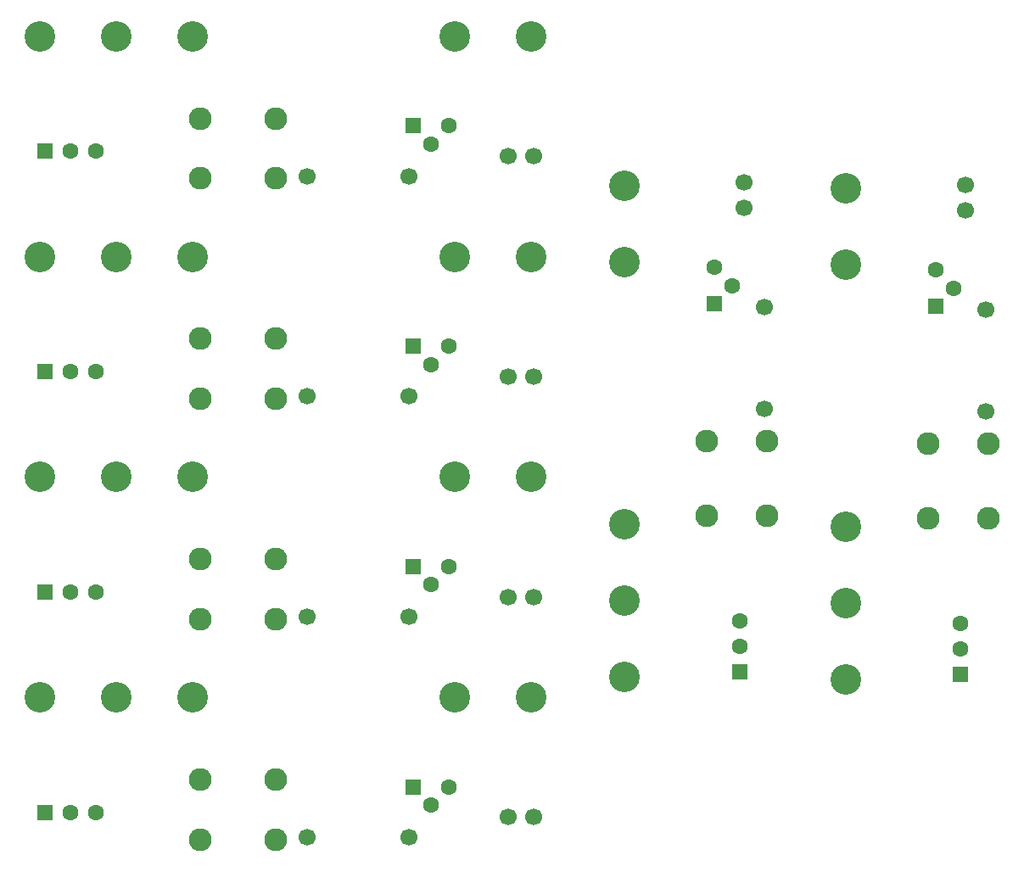
<source format=gbs>
%MOIN*%
%OFA0B0*%
%FSLAX46Y46*%
%IPPOS*%
%LPD*%
%ADD10C,0.005905511811023622*%
%ADD11C,0.12000000000000001*%
%ADD12C,0.090000000000000011*%
%ADD13C,0.066929133858267723*%
%ADD14R,0.059055118110236227X0.059055118110236227*%
%ADD15C,0.062992125984251982*%
%ADD26C,0.005905511811023622*%
%ADD27C,0.12000000000000001*%
%ADD28C,0.090000000000000011*%
%ADD29C,0.066929133858267723*%
%ADD30R,0.059055118110236227X0.059055118110236227*%
%ADD31C,0.062992125984251982*%
%ADD42C,0.005905511811023622*%
%ADD43C,0.12000000000000001*%
%ADD44C,0.090000000000000011*%
%ADD45C,0.066929133858267723*%
%ADD46R,0.059055118110236227X0.059055118110236227*%
%ADD47C,0.062992125984251982*%
%ADD58C,0.005905511811023622*%
%ADD59C,0.12000000000000001*%
%ADD60C,0.090000000000000011*%
%ADD61C,0.066929133858267723*%
%ADD62R,0.059055118110236227X0.059055118110236227*%
%ADD63C,0.062992125984251982*%
%ADD74C,0.005905511811023622*%
%ADD75C,0.12000000000000001*%
%ADD76C,0.090000000000000011*%
%ADD77C,0.066929133858267723*%
%ADD78R,0.059055118110236227X0.059055118110236227*%
%ADD79C,0.062992125984251982*%
%ADD90C,0.005905511811023622*%
%ADD91C,0.12000000000000001*%
%ADD92C,0.090000000000000011*%
%ADD93C,0.066929133858267723*%
%ADD94R,0.059055118110236227X0.059055118110236227*%
%ADD95C,0.062992125984251982*%
%LPD*%
G01*
D10*
D11*
X-0005050000Y0006532283D02*
X0000704999Y0002357283D03*
X0000404999Y0002357283D03*
X0000104999Y0002357283D03*
X0001734999Y0002357283D03*
X0002034999Y0002357283D03*
D12*
X0001032675Y0002034250D03*
X0001032675Y0001798031D03*
X0000737400Y0002034250D03*
X0000737400Y0001798031D03*
D13*
X0001947242Y0001886614D03*
X0002047243Y0001886614D03*
D14*
X0001572202Y0002004724D03*
D15*
X0001642912Y0001934013D03*
X0001713623Y0002004724D03*
D13*
X0001157480Y0001807873D03*
X0001557479Y0001807873D03*
D14*
X0000125590Y0001906299D03*
D15*
X0000225590Y0001906299D03*
X0000325590Y0001906299D03*
G01*
D26*
D27*
X-0005050000Y0007398425D02*
X0000704999Y0003223425D03*
X0000404999Y0003223425D03*
X0000104999Y0003223425D03*
X0001734999Y0003223425D03*
X0002034999Y0003223425D03*
D28*
X0001032675Y0002900393D03*
X0001032675Y0002664173D03*
X0000737400Y0002900393D03*
X0000737400Y0002664173D03*
D29*
X0001947242Y0002752755D03*
X0002047243Y0002752755D03*
D30*
X0001572202Y0002870865D03*
D31*
X0001642912Y0002800155D03*
X0001713623Y0002870865D03*
D29*
X0001157480Y0002674015D03*
X0001557479Y0002674015D03*
D30*
X0000125590Y0002772440D03*
D31*
X0000225590Y0002772440D03*
X0000325590Y0002772440D03*
G04 next file*
%LPD*%
G01*
D42*
D43*
X-0005050000Y0004799999D02*
X0000704999Y0000624999D03*
X0000404999Y0000624999D03*
X0000104999Y0000624999D03*
X0001734999Y0000624999D03*
X0002034999Y0000624999D03*
D44*
X0001032675Y0000301968D03*
X0001032675Y0000065747D03*
X0000737400Y0000301968D03*
X0000737400Y0000065747D03*
D45*
X0001947242Y0000154330D03*
X0002047243Y0000154330D03*
D46*
X0001572202Y0000272440D03*
D47*
X0001642912Y0000201730D03*
X0001713623Y0000272440D03*
D45*
X0001157480Y0000075590D03*
X0001557479Y0000075590D03*
D46*
X0000125590Y0000174015D03*
D47*
X0000225590Y0000174015D03*
X0000325590Y0000174015D03*
G01*
D58*
D59*
X-0001771653Y-0004448818D02*
X0002403346Y0001306181D03*
X0002403346Y0001006181D03*
X0002403346Y0000706181D03*
X0002403346Y0002336181D03*
X0002403346Y0002636181D03*
D60*
X0002726377Y0001633858D03*
X0002962598Y0001633858D03*
X0002726377Y0001338582D03*
X0002962598Y0001338582D03*
D61*
X0002874015Y0002548424D03*
X0002874015Y0002648425D03*
D62*
X0002755905Y0002173383D03*
D63*
X0002826616Y0002244094D03*
X0002755905Y0002314805D03*
D61*
X0002952755Y0001758661D03*
X0002952755Y0002158661D03*
D62*
X0002854330Y0000726771D03*
D63*
X0002854330Y0000826771D03*
X0002854330Y0000926771D03*
G04 next file*
G01*
D74*
D75*
X-0000902362Y-0004459448D02*
X0003272637Y0001295550D03*
X0003272637Y0000995550D03*
X0003272637Y0000695550D03*
X0003272637Y0002325550D03*
X0003272637Y0002625550D03*
D76*
X0003595669Y0001623228D03*
X0003831888Y0001623228D03*
X0003595669Y0001327952D03*
X0003831888Y0001327952D03*
D77*
X0003743307Y0002537795D03*
X0003743307Y0002637795D03*
D78*
X0003625196Y0002162753D03*
D79*
X0003695907Y0002233464D03*
X0003625196Y0002304175D03*
D77*
X0003822047Y0001748031D03*
X0003822047Y0002148031D03*
D78*
X0003723622Y0000716141D03*
D79*
X0003723622Y0000816141D03*
X0003723622Y0000916141D03*
G04 next file*
G04 #@! TF.FileFunction,Soldermask,Bot*
G04 Gerber Fmt 4.6, Leading zero omitted, Abs format (unit mm)*
G04 Created by KiCad (PCBNEW 4.0.7) date 01/27/18 21:13:42*
G01*
G04 APERTURE LIST*
G04 APERTURE END LIST*
D90*
D91*
X-0005050000Y0005666141D02*
X0000704999Y0001491140D03*
X0000404999Y0001491140D03*
X0000104999Y0001491140D03*
X0001734999Y0001491140D03*
X0002034999Y0001491140D03*
D92*
X0001032675Y0001168110D03*
X0001032675Y0000931889D03*
X0000737400Y0001168110D03*
X0000737400Y0000931889D03*
D93*
X0001947242Y0001020472D03*
X0002047243Y0001020472D03*
D94*
X0001572202Y0001138582D03*
D95*
X0001642912Y0001067871D03*
X0001713623Y0001138582D03*
D93*
X0001157480Y0000941732D03*
X0001557479Y0000941732D03*
D94*
X0000125590Y0001040157D03*
D95*
X0000225590Y0001040157D03*
X0000325590Y0001040157D03*
M02*
</source>
